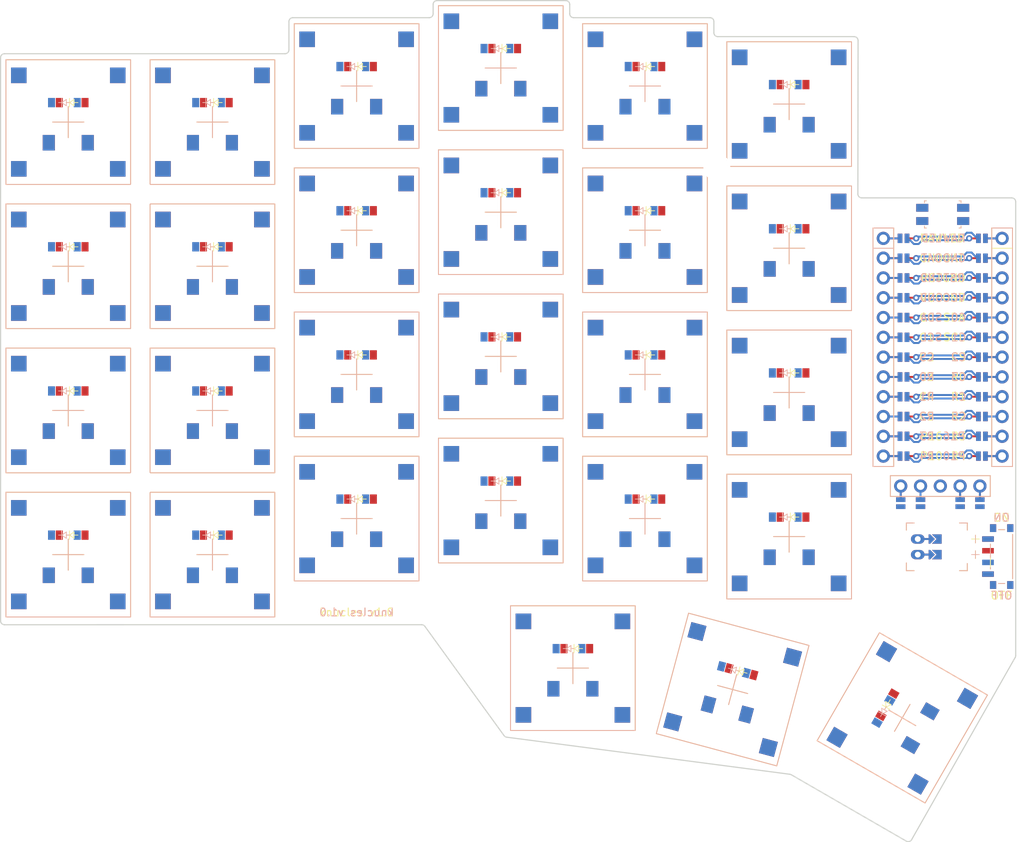
<source format=kicad_pcb>
(kicad_pcb (version 20240108) (generator "ergogen") (generator_version "4.1.0")
  (title_block (title "knucles_wireless") (date "2025-03-17") (rev "0.2") (company "fcoury"))
  (layers (0 "F.Cu" signal) (31 "B.Cu" signal) (34 "B.Paste" user) (35 "F.Paste" user) (36 "B.SilkS" user "B.Silkscreen") (37 "F.SilkS" user "F.Silkscreen") (38 "B.Mask" user) (39 "F.Mask" user) (44 "Edge.Cuts" user))
  (net 0 "")
  (net 1 "C0")
  (net 2 "outer_bottom_B")
  (net 3 "outer_home_B")
  (net 4 "outer_top_B")
  (net 5 "outer_numbers_B")
  (net 6 "C1")
  (net 7 "pinky_bottom_B")
  (net 8 "pinky_home_B")
  (net 9 "pinky_top_B")
  (net 10 "pinky_numbers_B")
  (net 11 "C2")
  (net 12 "ring_bottom_B")
  (net 13 "ring_home_B")
  (net 14 "ring_top_B")
  (net 15 "ring_numbers_B")
  (net 16 "C3")
  (net 17 "middle_bottom_B")
  (net 18 "middle_home_B")
  (net 19 "middle_top_B")
  (net 20 "middle_numbers_B")
  (net 21 "C4")
  (net 22 "index_bottom_B")
  (net 23 "index_home_B")
  (net 24 "index_top_B")
  (net 25 "index_numbers_B")
  (net 26 "C5")
  (net 27 "inner_bottom_B")
  (net 28 "inner_home_B")
  (net 29 "inner_top_B")
  (net 30 "inner_numbers_B")
  (net 31 "near_home_B")
  (net 32 "mid_home_B")
  (net 33 "far_home_B")
  (net 34 "R3")
  (net 35 "R2")
  (net 36 "R1")
  (net 37 "R0")
  (net 38 "R4")
  (net 39 "outer_bottom_F")
  (net 40 "outer_home_F")
  (net 41 "outer_top_F")
  (net 42 "outer_numbers_F")
  (net 43 "pinky_bottom_F")
  (net 44 "pinky_home_F")
  (net 45 "pinky_top_F")
  (net 46 "pinky_numbers_F")
  (net 47 "ring_bottom_F")
  (net 48 "ring_home_F")
  (net 49 "ring_top_F")
  (net 50 "ring_numbers_F")
  (net 51 "middle_bottom_F")
  (net 52 "middle_home_F")
  (net 53 "middle_top_F")
  (net 54 "middle_numbers_F")
  (net 55 "index_bottom_F")
  (net 56 "index_home_F")
  (net 57 "index_top_F")
  (net 58 "index_numbers_F")
  (net 59 "inner_bottom_F")
  (net 60 "inner_home_F")
  (net 61 "inner_top_F")
  (net 62 "inner_numbers_F")
  (net 63 "near_home_F")
  (net 64 "mid_home_F")
  (net 65 "far_home_F")
  (net 66 "RAW")
  (net 67 "GND")
  (net 68 "RST")
  (net 69 "VCC")
  (net 70 "P16")
  (net 71 "P10")
  (net 72 "LED")
  (net 73 "DAT")
  (net 74 "SDA")
  (net 75 "SCL")
  (net 76 "CS")
  (net 77 "P101")
  (net 78 "P102")
  (net 79 "P107")
  (net 80 "MCU1_24")
  (net 81 "MCU1_1")
  (net 82 "MCU1_23")
  (net 83 "MCU1_2")
  (net 84 "MCU1_22")
  (net 85 "MCU1_3")
  (net 86 "MCU1_21")
  (net 87 "MCU1_4")
  (net 88 "MCU1_20")
  (net 89 "MCU1_5")
  (net 90 "MCU1_19")
  (net 91 "MCU1_6")
  (net 92 "MCU1_18")
  (net 93 "MCU1_7")
  (net 94 "MCU1_17")
  (net 95 "MCU1_8")
  (net 96 "MCU1_16")
  (net 97 "MCU1_9")
  (net 98 "MCU1_15")
  (net 99 "MCU1_10")
  (net 100 "MCU1_14")
  (net 101 "MCU1_11")
  (net 102 "MCU1_13")
  (net 103 "MCU1_12")
  (net 104 "DISP1_1")
  (net 105 "DISP1_2")
  (net 106 "DISP1_4")
  (net 107 "DISP1_5")
  (net 108 "BAT_P")
  (net 109 "JST1_1")
  (net 110 "JST1_2")
  (footprint "ceoloide:mounting_hole_npth" (layer "F.Cu") (at 204.927 100.4635 0)
    (property "Reference" "MH1" hide)
  )
  (footprint "ceoloide:mounting_hole_npth" (layer "F.Cu") (at 218.969 108.7575 0)
    (property "Reference" "MH2" hide)
  )
  (footprint "ceoloide:mounting_hole_npth" (layer "F.Cu") (at 109.25 53.75 0)
    (property "Reference" "MH3" hide)
  )
  (footprint "ceoloide:mounting_hole_npth" (layer "F.Cu") (at 109.25 90.75 0)
    (property "Reference" "MH4" hide)
  )
  (footprint "ceoloide:mounting_hole_npth" (layer "F.Cu") (at 183.218 50.298500000000004 0)
    (property "Reference" "MH5" hide)
  )
  (footprint "ceoloide:mounting_hole_npth" (layer "F.Cu") (at 151.157 107.615 0)
    (property "Reference" "MH6" hide)
  )
  (footprint "ceoloide:mounting_hole_npth" (layer "F.Cu") (at 196.7245951 115.0067481 60)
    (property "Reference" "MH7" hide)
  )
  (footprint "CPG1316S01D02" (at 100 100 0) (layer B.Cu)
    (property "Reference" "S1" hide)
  )
  (footprint "CPG1316S01D02" (at 100 81.5 0) (layer B.Cu)
    (property "Reference" "S2" hide)
  )
  (footprint "CPG1316S01D02" (at 100 63 0) (layer B.Cu)
    (property "Reference" "S3" hide)
  )
  (footprint "CPG1316S01D02" (at 100 44.5 0) (layer B.Cu)
    (property "Reference" "S4" hide)
  )
  (footprint "CPG1316S01D02" (at 118.5 100 0) (layer B.Cu)
    (property "Reference" "S5" hide)
  )
  (footprint "CPG1316S01D02" (at 118.5 81.5 0) (layer B.Cu)
    (property "Reference" "S6" hide)
  )
  (footprint "CPG1316S01D02" (at 118.5 63 0) (layer B.Cu)
    (property "Reference" "S7" hide)
  )
  (footprint "CPG1316S01D02" (at 118.5 44.5 0) (layer B.Cu)
    (property "Reference" "S8" hide)
  )
  (footprint "CPG1316S01D02" (at 137 95.375 0) (layer B.Cu)
    (property "Reference" "S9" hide)
  )
  (footprint "CPG1316S01D02" (at 137 76.875 0) (layer B.Cu)
    (property "Reference" "S10" hide)
  )
  (footprint "CPG1316S01D02" (at 137 58.375 0) (layer B.Cu)
    (property "Reference" "S11" hide)
  )
  (footprint "CPG1316S01D02" (at 137 39.875 0) (layer B.Cu)
    (property "Reference" "S12" hide)
  )
  (footprint "CPG1316S01D02" (at 155.5 93.0625 0) (layer B.Cu)
    (property "Reference" "S13" hide)
  )
  (footprint "CPG1316S01D02" (at 155.5 74.5625 0) (layer B.Cu)
    (property "Reference" "S14" hide)
  )
  (footprint "CPG1316S01D02" (at 155.5 56.0625 0) (layer B.Cu)
    (property "Reference" "S15" hide)
  )
  (footprint "CPG1316S01D02" (at 155.5 37.5625 0) (layer B.Cu)
    (property "Reference" "S16" hide)
  )
  (footprint "CPG1316S01D02" (at 174 95.375 0) (layer B.Cu)
    (property "Reference" "S17" hide)
  )
  (footprint "CPG1316S01D02" (at 174 76.875 0) (layer B.Cu)
    (property "Reference" "S18" hide)
  )
  (footprint "CPG1316S01D02" (at 174 58.375 0) (layer B.Cu)
    (property "Reference" "S19" hide)
  )
  (footprint "CPG1316S01D02" (at 174 39.875 0) (layer B.Cu)
    (property "Reference" "S20" hide)
  )
  (footprint "CPG1316S01D02" (at 192.5 97.6875 0) (layer B.Cu)
    (property "Reference" "S21" hide)
  )
  (footprint "CPG1316S01D02" (at 192.5 79.1875 0) (layer B.Cu)
    (property "Reference" "S22" hide)
  )
  (footprint "CPG1316S01D02" (at 192.5 60.6875 0) (layer B.Cu)
    (property "Reference" "S23" hide)
  )
  (footprint "CPG1316S01D02" (at 192.5 42.1875 0) (layer B.Cu)
    (property "Reference" "S24" hide)
  )
  (footprint "CPG1316S01D02" (at 164.75 114.5625 0) (layer B.Cu)
    (property "Reference" "S25" hide)
  )
  (footprint "CPG1316S01D02" (at 185.25 117.3125 -15) (layer B.Cu)
    (property "Reference" "S26" hide)
  )
  (footprint "CPG1316S01D02" (at 207.0138429 120.9472481 60) (layer B.Cu)
    (property "Reference" "S27" hide)
  )
  (footprint "ceoloide:diode_tht_sod123" (layer "B.Cu") (at 99.5 97.5 0)
    (property "Reference" "D1" hide)
  )
  (footprint "ceoloide:diode_tht_sod123" (layer "B.Cu") (at 99.5 79 0)
    (property "Reference" "D2" hide)
  )
  (footprint "ceoloide:diode_tht_sod123" (layer "B.Cu") (at 99.5 60.5 0)
    (property "Reference" "D3" hide)
  )
  (footprint "ceoloide:diode_tht_sod123" (layer "B.Cu") (at 99.5 42 0)
    (property "Reference" "D4" hide)
  )
  (footprint "ceoloide:diode_tht_sod123" (layer "B.Cu") (at 118 97.5 0)
    (property "Reference" "D5" hide)
  )
  (footprint "ceoloide:diode_tht_sod123" (layer "B.Cu") (at 118 79 0)
    (property "Reference" "D6" hide)
  )
  (footprint "ceoloide:diode_tht_sod123" (layer "B.Cu") (at 118 60.5 0)
    (property "Reference" "D7" hide)
  )
  (footprint "ceoloide:diode_tht_sod123" (layer "B.Cu") (at 118 42 0)
    (property "Reference" "D8" hide)
  )
  (footprint "ceoloide:diode_tht_sod123" (layer "B.Cu") (at 136.5 92.875 0)
    (property "Reference" "D9" hide)
  )
  (footprint "ceoloide:diode_tht_sod123" (layer "B.Cu") (at 136.5 74.375 0)
    (property "Reference" "D10" hide)
  )
  (footprint "ceoloide:diode_tht_sod123" (layer "B.Cu") (at 136.5 55.875 0)
    (property "Reference" "D11" hide)
  )
  (footprint "ceoloide:diode_tht_sod123" (layer "B.Cu") (at 136.5 37.375 0)
    (property "Reference" "D12" hide)
  )
  (footprint "ceoloide:diode_tht_sod123" (layer "B.Cu") (at 155 90.5625 0)
    (property "Reference" "D13" hide)
  )
  (footprint "ceoloide:diode_tht_sod123" (layer "B.Cu") (at 155 72.0625 0)
    (property "Reference" "D14" hide)
  )
  (footprint "ceoloide:diode_tht_sod123" (layer "B.Cu") (at 155 53.5625 0)
    (property "Reference" "D15" hide)
  )
  (footprint "ceoloide:diode_tht_sod123" (layer "B.Cu") (at 155 35.0625 0)
    (property "Reference" "D16" hide)
  )
  (footprint "ceoloide:diode_tht_sod123" (layer "B.Cu") (at 173.5 92.875 0)
    (property "Reference" "D17" hide)
  )
  (footprint "ceoloide:diode_tht_sod123" (layer "B.Cu") (at 173.5 74.375 0)
    (property "Reference" "D18" hide)
  )
  (footprint "ceoloide:diode_tht_sod123" (layer "B.Cu") (at 173.5 55.875 0)
    (property "Reference" "D19" hide)
  )
  (footprint "ceoloide:diode_tht_sod123" (layer "B.Cu") (at 173.5 37.375 0)
    (property "Reference" "D20" hide)
  )
  (footprint "ceoloide:diode_tht_sod123" (layer "B.Cu") (at 192 95.1875 0)
    (property "Reference" "D21" hide)
  )
  (footprint "ceoloide:diode_tht_sod123" (layer "B.Cu") (at 192 76.6875 0)
    (property "Reference" "D22" hide)
  )
  (footprint "ceoloide:diode_tht_sod123" (layer "B.Cu") (at 192 58.1875 0)
    (property "Reference" "D23" hide)
  )
  (footprint "ceoloide:diode_tht_sod123" (layer "B.Cu") (at 192 39.6875 0)
    (property "Reference" "D24" hide)
  )
  (footprint "ceoloide:diode_tht_sod123" (layer "B.Cu") (at 164.25 112.0625 0)
    (property "Reference" "D25" hide)
  )
  (footprint "ceoloide:diode_tht_sod123" (layer "B.Cu") (at 185.4140847 114.7682759 -15)
    (property "Reference" "D26" hide)
  )
  (footprint "ceoloide:diode_tht_sod123" (layer "B.Cu") (at 204.59877939999998 120.1302608 60)
    (property "Reference" "D27" hide)
  )
  (footprint "CPG1316S01D02" (at 100 100 0) (layer F.Cu)
    (property "Reference" "S28" hide)
  )
  (footprint "CPG1316S01D02" (at 100 81.5 0) (layer F.Cu)
    (property "Reference" "S29" hide)
  )
  (footprint "CPG1316S01D02" (at 100 63 0) (layer F.Cu)
    (property "Reference" "S30" hide)
  )
  (footprint "CPG1316S01D02" (at 100 44.5 0) (layer F.Cu)
    (property "Reference" "S31" hide)
  )
  (footprint "CPG1316S01D02" (at 118.5 100 0) (layer F.Cu)
    (property "Reference" "S32" hide)
  )
  (footprint "CPG1316S01D02" (at 118.5 81.5 0) (layer F.Cu)
    (property "Reference" "S33" hide)
  )
  (footprint "CPG1316S01D02" (at 118.5 63 0) (layer F.Cu)
    (property "Reference" "S34" hide)
  )
  (footprint "CPG1316S01D02" (at 118.5 44.5 0) (layer F.Cu)
    (property "Reference" "S35" hide)
  )
  (footprint "CPG1316S01D02" (at 137 95.375 0) (layer F.Cu)
    (property "Reference" "S36" hide)
  )
  (footprint "CPG1316S01D02" (at 137 76.875 0) (layer F.Cu)
    (property "Reference" "S37" hide)
  )
  (footprint "CPG1316S01D02" (at 137 58.375 0) (layer F.Cu)
    (property "Reference" "S38" hide)
  )
  (footprint "CPG1316S01D02" (at 137 39.875 0) (layer F.Cu)
    (property "Reference" "S39" hide)
  )
  (footprint "CPG1316S01D02" (at 155.5 93.0625 0) (layer F.Cu)
    (property "Reference" "S40" hide)
  )
  (footprint "CPG1316S01D02" (at 155.5 74.5625 0) (layer F.Cu)
    (property "Reference" "S41" hide)
  )
  (footprint "CPG1316S01D02" (at 155.5 56.0625 0) (layer F.Cu)
    (property "Reference" "S42" hide)
  )
  (footprint "CPG1316S01D02" (at 155.5 37.5625 0) (layer F.Cu)
    (property "Reference" "S43" hide)
  )
  (footprint "CPG1316S01D02" (at 174 95.375 0) (layer F.Cu)
    (property "Reference" "S44" hide)
  )
  (footprint "CPG1316S01D02" (at 174 76.875 0) (layer F.Cu)
    (property "Reference" "S45" hide)
  )
  (footprint "CPG1316S01D02" (at 174 58.375 0) (layer F.Cu)
    (property "Reference" "S46" hide)
  )
  (footprint "CPG1316S01D02" (at 174 39.875 0) (layer F.Cu)
    (property "Reference" "S47" hide)
  )
  (footprint "CPG1316S01D02" (at 192.5 97.6875 0) (layer F.Cu)
    (property "Reference" "S48" hide)
  )
  (footprint "CPG1316S01D02" (at 192.5 79.1875 0) (layer F.Cu)
    (property "Reference" "S49" hide)
  )
  (footprint "CPG1316S01D02" (at 192.5 60.6875 0) (layer F.Cu)
    (property "Reference" "S50" hide)
  )
  (footprint "CPG1316S01D02" (at 192.5 42.1875 0) (layer F.Cu)
    (property "Reference" "S51" hide)
  )
  (footprint "CPG1316S01D02" (at 164.75 114.5625 0) (layer F.Cu)
    (property "Reference" "S52" hide)
  )
  (footprint "CPG1316S01D02" (at 185.25 117.3125 -15) (layer F.Cu)
    (property "Reference" "S53" hide)
  )
  (footprint "CPG1316S01D02" (at 207.0138429 120.9472481 60) (layer F.Cu)
    (property "Reference" "S54" hide)
  )
  (footprint "ceoloide:diode_tht_sod123" (layer "F.Cu") (at 100.5 97.5 0)
    (property "Reference" "D28" hide)
  )
  (footprint "ceoloide:diode_tht_sod123" (layer "F.Cu") (at 100.5 79 0)
    (property "Reference" "D29" hide)
  )
  (footprint "ceoloide:diode_tht_sod123" (layer "F.Cu") (at 100.5 60.5 0)
    (property "Reference" "D30" hide)
  )
  (footprint "ceoloide:diode_tht_sod123" (layer "F.Cu") (at 100.5 42 0)
    (property "Reference" "D31" hide)
  )
  (footprint "ceoloide:diode_tht_sod123" (layer "F.Cu") (at 119 97.5 0)
    (property "Reference" "D32" hide)
  )
  (footprint "ceoloide:diode_tht_sod123" (layer "F.Cu") (at 119 79 0)
    (property "Reference" "D33" hide)
  )
  (footprint "ceoloide:diode_tht_sod123" (layer "F.Cu") (at 119 60.5 0)
    (property "Reference" "D34" hide)
  )
  (footprint "ceoloide:diode_tht_sod123" (layer "F.Cu") (at 119 42 0)
    (property "Reference" "D35" hide)
  )
  (footprint "ceoloide:diode_tht_sod123" (layer "F.Cu") (at 137.5 92.875 0)
    (property "Reference" "D36" hide)
  )
  (footprint "ceoloide:diode_tht_sod123" (layer "F.Cu") (at 137.5 74.375 0)
    (property "Reference" "D37" hide)
  )
  (footprint "ceoloide:diode_tht_sod123" (layer "F.Cu") (at 137.5 55.875 0)
    (property "Reference" "D38" hide)
  )
  (footprint "ceoloide:diode_tht_sod123" (layer "F.Cu") (at 137.5 37.375 0)
    (property "Reference" "D39" hide)
  )
  (footprint "ceoloide:diode_tht_sod123" (layer "F.Cu") (at 156 90.5625 0)
    (property "Reference" "D40" hide)
  )
  (footprint "ceoloide:diode_tht_sod123" (layer "F.Cu") (at 156 72.0625 0)
    (property "Reference" "D41" hide)
  )
  (footprint "ceoloide:diode_tht_sod123" (layer "F.Cu") (at 156 53.5625 0)
    (property "Reference" "D42" hide)
  )
  (footprint "ceoloide:diode_tht_sod123" (layer "F.Cu") (at 156 35.0625 0)
    (property "Reference" "D43" hide)
  )
  (footprint "ceoloide:diode_tht_sod123" (layer "F.Cu") (at 174.5 92.875 0)
    (property "Reference" "D44" hide)
  )
  (footprint "ceoloide:diode_tht_sod123" (layer "F.Cu") (at 174.5 74.375 0)
    (property "Reference" "D45" hide)
  )
  (footprint "ceoloide:diode_tht_sod123" (layer "F.Cu") (at 174.5 55.875 0)
    (property "Reference" "D46" hide)
  )
  (footprint "ceoloide:diode_tht_sod123" (layer "F.Cu") (at 174.5 37.375 0)
    (property "Reference" "D47" hide)
  )
  (footprint "ceoloide:diode_tht_sod123" (layer "F.Cu") (at 193 95.1875 0)
    (property "Reference" "D48" hide)
  )
  (footprint "ceoloide:diode_tht_sod123" (layer "F.Cu") (at 193 76.6875 0)
    (property "Reference" "D49" hide)
  )
  (footprint "ceoloide:diode_tht_sod123" (layer "F.Cu") (at 193 58.1875 0)
    (property "Reference" "D50" hide)
  )
  (footprint "ceoloide:diode_tht_sod123" (layer "F.Cu") (at 193 39.6875 0)
    (property "Reference" "D51" hide)
  )
  (footprint "ceoloide:diode_tht_sod123" (layer "F.Cu") (at 165.25 112.0625 0)
    (property "Reference" "D52" hide)
  )
  (footprint "ceoloide:diode_tht_sod123" (layer "F.Cu") (at 186.3800105 115.027095 -15)
    (property "Reference" "D53" hide)
  )
  (footprint "ceoloide:diode_tht_sod123" (layer "F.Cu") (at 205.09877939999998 119.26423539999999 60)
    (property "Reference" "D54" hide)
  )
  (footprint "ceoloide:mcu_nice_nano" (layer "F.Cu") (at 212.204 72.12 0)
    (property "Reference" "MCU1" hide)
  )
  (segment (start 216.78400000000002 59.42) (end 215.604 59.42) (width 0.25) (layer "F.Cu"))
  (segment (start 207.624 59.42) (end 208.804 59.42) (width 0.25) (layer "F.Cu"))
  (segment (start 204.584 59.42) (end 206.704 59.42) (width 0.25) (layer "F.Cu"))
  (segment (start 204.584 59.42) (end 206.704 59.42) (width 0.25) (layer "B.Cu"))
  (segment (start 217.704 59.42) (end 219.824 59.42) (width 0.25) (layer "F.Cu"))
  (segment (start 219.824 59.42) (end 217.704 59.42) (width 0.25) (layer "B.Cu"))
  (segment (start 209.59930500000002 59.650000000000006) (end 215.374 59.650000000000006) (width 0.25) (layer "B.Cu"))
  (segment (start 207.429 59.42) (end 207.778695 59.42) (width 0.25) (layer "B.Cu"))
  (segment (start 208.503695 60.145) (end 209.104305 60.145) (width 0.25) (layer "B.Cu"))
  (segment (start 207.778695 59.42) (end 208.503695 60.145) (width 0.25) (layer "B.Cu"))
  (segment (start 209.104305 60.145) (end 209.59930500000002 59.650000000000006) (width 0.25) (layer "B.Cu"))
  (segment (start 216.979 59.42) (end 216.62930500000002 59.42) (width 0.25) (layer "B.Cu"))
  (segment (start 214.798695 59.2) (end 209.024 59.2) (width 0.25) (layer "B.Cu"))
  (segment (start 216.62930500000002 59.42) (end 215.90430500000002 58.69500000000001) (width 0.25) (layer "B.Cu"))
  (segment (start 215.90430500000002 58.69500000000001) (end 215.303695 58.69500000000001) (width 0.25) (layer "B.Cu"))
  (segment (start 215.303695 58.69500000000001) (end 214.798695 59.2) (width 0.25) (layer "B.Cu"))
  (segment (start 216.78400000000002 61.96000000000001) (end 215.604 61.96000000000001) (width 0.25) (layer "F.Cu"))
  (segment (start 207.624 61.96000000000001) (end 208.804 61.96000000000001) (width 0.25) (layer "F.Cu"))
  (segment (start 204.584 61.96000000000001) (end 206.704 61.96000000000001) (width 0.25) (layer "F.Cu"))
  (segment (start 204.584 61.96000000000001) (end 206.704 61.96000000000001) (width 0.25) (layer "B.Cu"))
  (segment (start 217.704 61.96000000000001) (end 219.824 61.96000000000001) (width 0.25) (layer "F.Cu"))
  (segment (start 219.824 61.96000000000001) (end 217.704 61.96000000000001) (width 0.25) (layer "B.Cu"))
  (segment (start 209.59930500000002 62.190000000000005) (end 215.374 62.190000000000005) (width 0.25) (layer "B.Cu"))
  (segment (start 207.429 61.96000000000001) (end 207.778695 61.96000000000001) (width 0.25) (layer "B.Cu"))
  (segment (start 208.503695 62.685) (end 209.104305 62.685) (width 0.25) (layer "B.Cu"))
  (segment (start 207.778695 61.96000000000001) (end 208.503695 62.685) (width 0.25) (layer "B.Cu"))
  (segment (start 209.104305 62.685) (end 209.59930500000002 62.190000000000005) (width 0.25) (layer "B.Cu"))
  (segment (start 216.979 61.96000000000001) (end 216.62930500000002 61.96000000000001) (width 0.25) (layer "B.Cu"))
  (segment (start 214.798695 61.74) (end 209.024 61.74) (width 0.25) (layer "B.Cu"))
  (segment (start 216.62930500000002 61.96000000000001) (end 215.90430500000002 61.23500000000001) (width 0.25) (layer "B.Cu"))
  (segment (start 215.90430500000002 61.23500000000001) (end 215.303695 61.23500000000001) (width 0.25) (layer "B.Cu"))
  (segment (start 215.303695 61.23500000000001) (end 214.798695 61.74) (width 0.25) (layer "B.Cu"))
  (segment (start 216.78400000000002 64.5) (end 215.604 64.5) (width 0.25) (layer "F.Cu"))
  (segment (start 207.624 64.5) (end 208.804 64.5) (width 0.25) (layer "F.Cu"))
  (segment (start 204.584 64.5) (end 206.704 64.5) (width 0.25) (layer "F.Cu"))
  (segment (start 204.584 64.5) (end 206.704 64.5) (width 0.25) (layer "B.Cu"))
  (segment (start 217.704 64.5) (end 219.824 64.5) (width 0.25) (layer "F.Cu"))
  (segment (start 219.824 64.5) (end 217.704 64.5) (width 0.25) (layer "B.Cu"))
  (segment (start 209.59930500000002 64.73) (end 215.374 64.73) (width 0.25) (layer "B.Cu"))
  (segment (start 207.429 64.5) (end 207.778695 64.5) (width 0.25) (layer "B.Cu"))
  (segment (start 208.503695 65.22500000000001) (end 209.104305 65.22500000000001) (width 0.25) (layer "B.Cu"))
  (segment (start 207.778695 64.5) (end 208.503695 65.22500000000001) (width 0.25) (layer "B.Cu"))
  (segment (start 209.104305 65.22500000000001) (end 209.59930500000002 64.73) (width 0.25) (layer "B.Cu"))
  (segment (start 216.979 64.5) (end 216.62930500000002 64.5) (width 0.25) (layer "B.Cu"))
  (segment (start 214.798695 64.28) (end 209.024 64.28) (width 0.25) (layer "B.Cu"))
  (segment (start 216.62930500000002 64.5) (end 215.90430500000002 63.775000000000006) (width 0.25) (layer "B.Cu"))
  (segment (start 215.90430500000002 63.775000000000006) (end 215.303695 63.775000000000006) (width 0.25) (layer "B.Cu"))
  (segment (start 215.303695 63.775000000000006) (end 214.798695 64.28) (width 0.25) (layer "B.Cu"))
  (segment (start 216.78400000000002 67.04) (end 215.604 67.04) (width 0.25) (layer "F.Cu"))
  (segment (start 207.624 67.04) (end 208.804 67.04) (width 0.25) (layer "F.Cu"))
  (segment (start 204.584 67.04) (end 206.704 67.04) (width 0.25) (layer "F.Cu"))
  (segment (start 204.584 67.04) (end 206.704 67.04) (width 0.25) (layer "B.Cu"))
  (segment (start 217.704 67.04) (end 219.824 67.04) (width 0.25) (layer "F.Cu"))
  (segment (start 219.824 67.04) (end 217.704 67.04) (width 0.25) (layer "B.Cu"))
  (segment (start 209.59930500000002 67.27000000000001) (end 215.374 67.27000000000001) (width 0.25) (layer "B.Cu"))
  (segment (start 207.429 67.04) (end 207.778695 67.04) (width 0.25) (layer "B.Cu"))
  (segment (start 208.503695 67.765) (end 209.104305 67.765) (width 0.25) (layer "B.Cu"))
  (segment (start 207.778695 67.04) (end 208.503695 67.765) (width 0.25) (layer "B.Cu"))
  (segment (start 209.104305 67.765) (end 209.59930500000002 67.27000000000001) (width 0.25) (layer "B.Cu"))
  (segment (start 216.979 67.04) (end 216.62930500000002 67.04) (width 0.25) (layer "B.Cu"))
  (segment (start 214.798695 66.82000000000001) (end 209.024 66.82000000000001) (width 0.25) (layer "B.Cu"))
  (segment (start 216.62930500000002 67.04) (end 215.90430500000002 66.315) (width 0.25) (layer "B.Cu"))
  (segment (start 215.90430500000002 66.315) (end 215.303695 66.315) (width 0.25) (layer "B.Cu"))
  (segment (start 215.303695 66.315) (end 214.798695 66.82000000000001) (width 0.25) (layer "B.Cu"))
  (segment (start 216.78400000000002 69.58) (end 215.604 69.58) (width 0.25) (layer "F.Cu"))
  (segment (start 207.624 69.58) (end 208.804 69.58) (width 0.25) (layer "F.Cu"))
  (segment (start 204.584 69.58) (end 206.704 69.58) (width 0.25) (layer "F.Cu"))
  (segment (start 204.584 69.58) (end 206.704 69.58) (width 0.25) (layer "B.Cu"))
  (segment (start 217.704 69.58) (end 219.824 69.58) (width 0.25) (layer "F.Cu"))
  (segment (start 219.824 69.58) (end 217.704 69.58) (width 0.25) (layer "B.Cu"))
  (segment (start 209.59930500000002 69.81) (end 215.374 69.81) (width 0.25) (layer "B.Cu"))
  (segment (start 207.429 69.58) (end 207.778695 69.58) (width 0.25) (layer "B.Cu"))
  (segment (start 208.503695 70.305) (end 209.104305 70.305) (width 0.25) (layer "B.Cu"))
  (segment (start 207.778695 69.58) (end 208.503695 70.305) (width 0.25) (layer "B.Cu"))
  (segment (start 209.104305 70.305) (end 209.59930500000002 69.81) (width 0.25) (layer "B.Cu"))
  (segment (start 216.979 69.58) (end 216.62930500000002 69.58) (width 0.25) (layer "B.Cu"))
  (segment (start 214.798695 69.36) (end 209.024 69.36) (width 0.25) (layer "B.Cu"))
  (segment (start 216.62930500000002 69.58) (end 215.90430500000002 68.855) (width 0.25) (layer "B.Cu"))
  (segment (start 215.90430500000002 68.855) (end 215.303695 68.855) (width 0.25) (layer "B.Cu"))
  (segment (start 215.303695 68.855) (end 214.798695 69.36) (width 0.25) (layer "B.Cu"))
  (segment (start 216.78400000000002 72.12) (end 215.604 72.12) (width 0.25) (layer "F.Cu"))
  (segment (start 207.624 72.12) (end 208.804 72.12) (width 0.25) (layer "F.Cu"))
  (segment (start 204.584 72.12) (end 206.704 72.12) (width 0.25) (layer "F.Cu"))
  (segment (start 204.584 72.12) (end 206.704 72.12) (width 0.25) (layer "B.Cu"))
  (segment (start 217.704 72.12) (end 219.824 72.12) (width 0.25) (layer "F.Cu"))
  (segment (start 219.824 72.12) (end 217.704 72.12) (width 0.25) (layer "B.Cu"))
  (segment (start 209.59930500000002 72.35000000000001) (end 215.374 72.35000000000001) (width 0.25) (layer "B.Cu"))
  (segment (start 207.429 72.12) (end 207.778695 72.12) (width 0.25) (layer "B.Cu"))
  (segment (start 208.503695 72.845) (end 209.104305 72.845) (width 0.25) (layer "B.Cu"))
  (segment (start 207.778695 72.12) (end 208.503695 72.845) (width 0.25) (layer "B.Cu"))
  (segment (start 209.104305 72.845) (end 209.59930500000002 72.35000000000001) (width 0.25) (layer "B.Cu"))
  (segment (start 216.979 72.12) (end 216.62930500000002 72.12) (width 0.25) (layer "B.Cu"))
  (segment (start 214.798695 71.9) (end 209.024 71.9) (width 0.25) (layer "B.Cu"))
  (segment (start 216.62930500000002 72.12) (end 215.90430500000002 71.39500000000001) (width 0.25) (layer "B.Cu"))
  (segment (start 215.90430500000002 71.39500000000001) (end 215.303695 71.39500000000001) (width 0.25) (layer "B.Cu"))
  (segment (start 215.303695 71.39500000000001) (end 214.798695 71.9) (width 0.25) (layer "B.Cu"))
  (segment (start 216.78400000000002 74.66000000000001) (end 215.604 74.66000000000001) (width 0.25) (layer "F.Cu"))
  (segment (start 207.624 74.66000000000001) (end 208.804 74.66000000000001) (width 0.25) (layer "F.Cu"))
  (segment (start 204.584 74.66000000000001) (end 206.704 74.66000000000001) (width 0.25) (layer "F.Cu"))
  (segment (start 204.584 74.66000000000001) (end 206.704 74.66000000000001) (width 0.25) (layer "B.Cu"))
  (segment (start 217.704 74.66000000000001) (end 219.824 74.66000000000001) (width 0.25) (layer "F.Cu"))
  (segment (start 219.824 74.66000000000001) (end 217.704 74.66000000000001) (width 0.25) (layer "B.Cu"))
  (segment (start 209.59930500000002 74.89) (end 215.374 74.89) (width 0.25) (layer "B.Cu"))
  (segment (start 207.429 74.66000000000001) (end 207.778695 74.66000000000001) (width 0.25) (layer "B.Cu"))
  (segment (start 208.503695 75.385) (end 209.104305 75.385) (width 0.25) (layer "B.Cu"))
  (segment (start 207.778695 74.66000000000001) (end 208.503695 75.385) (width 0.25) (layer "B.Cu"))
  (segment (start 209.104305 75.385) (end 209.59930500000002 74.89) (width 0.25) (layer "B.Cu"))
  (segment (start 216.979 74.66000000000001) (end 216.62930500000002 74.66000000000001) (width 0.25) (layer "B.Cu"))
  (segment (start 214.798695 74.44) (end 209.024 74.44) (width 0.25) (layer "B.Cu"))
  (segment (start 216.62930500000002 74.66000000000001) (end 215.90430500000002 73.935) (width 0.25) (layer "B.Cu"))
  (segment (start 215.90430500000002 73.935) (end 215.303695 73.935) (width 0.25) (layer "B.Cu"))
  (segment (start 215.303695 73.935) (end 214.798695 74.44) (width 0.25) (layer "B.Cu"))
  (segment (start 216.78400000000002 77.2) (end 215.604 77.2) (width 0.25) (layer "F.Cu"))
  (segment (start 207.624 77.2) (end 208.804 77.2) (width 0.25) (layer "F.Cu"))
  (segment (start 204.584 77.2) (end 206.704 77.2) (width 0.25) (layer "F.Cu"))
  (segment (start 204.584 77.2) (end 206.704 77.2) (width 0.25) (layer "B.Cu"))
  (segment (start 217.704 77.2) (end 219.824 77.2) (width 0.25) (layer "F.Cu"))
  (segment (start 219.824 77.2) (end 217.704 77.2) (width 0.25) (layer "B.Cu"))
  (segment (start 209.59930500000002 77.43) (end 215.374 77.43) (width 0.25) (layer "B.Cu"))
  (segment (start 207.429 77.2) (end 207.778695 77.2) (width 0.25) (layer "B.Cu"))
  (segment (start 208.503695 77.92500000000001) (end 209.104305 77.92500000000001) (width 0.25) (layer "B.Cu"))
  (segment (start 207.778695 77.2) (end 208.503695 77.92500000000001) (width 0.25) (layer "B.Cu"))
  (segment (start 209.104305 77.92500000000001) (end 209.59930500000002 77.43) (width 0.25) (layer "B.Cu"))
  (segment (start 216.979 77.2) (end 216.62930500000002 77.2) (width 0.25) (layer "B.Cu"))
  (segment (start 214.798695 76.98) (end 209.024 76.98) (width 0.25) (layer "B.Cu"))
  (segment (start 216.62930500000002 77.2) (end 215.90430500000002 76.47500000000001) (width 0.25) (layer "B.Cu"))
  (segment (start 215.90430500000002 76.47500000000001) (end 215.303695 76.47500000000001) (width 0.25) (layer "B.Cu"))
  (segment (start 215.303695 76.47500000000001) (end 214.798695 76.98) (width 0.25) (layer "B.Cu"))
  (segment (start 216.78400000000002 79.74000000000001) (end 215.604 79.74000000000001) (width 0.25) (layer "F.Cu"))
  (segment (start 207.624 79.74000000000001) (end 208.804 79.74000000000001) (width 0.25) (layer "F.Cu"))
  (segment (start 204.584 79.74000000000001) (end 206.704 79.74000000000001) (width 0.25) (layer "F.Cu"))
  (segment (start 204.584 79.74000000000001) (end 206.704 79.74000000000001) (width 0.25) (layer "B.Cu"))
  (segment (start 217.704 79.74000000000001) (end 219.824 79.74000000000001) (width 0.25) (layer "F.Cu"))
  (segment (start 219.824 79.74000000000001) (end 217.704 79.74000000000001) (width 0.25) (layer "B.Cu"))
  (segment (start 209.59930500000002 79.97) (end 215.374 79.97) (width 0.25) (layer "B.Cu"))
  (segment (start 207.429 79.74000000000001) (end 207.778695 79.74000000000001) (width 0.25) (layer "B.Cu"))
  (segment (start 208.503695 80.465) (end 209.104305 80.465) (width 0.25) (layer "B.Cu"))
  (segment (start 207.778695 79.74000000000001) (end 208.503695 80.465) (width 0.25) (layer "B.Cu"))
  (segment (start 209.104305 80.465) (end 209.59930500000002 79.97) (width 0.25) (layer "B.Cu"))
  (segment (start 216.979 79.74000000000001) (end 216.62930500000002 79.74000000000001) (width 0.25) (layer "B.Cu"))
  (segment (start 214.798695 79.52000000000001) (end 209.024 79.52000000000001) (width 0.25) (layer "B.Cu"))
  (segment (start 216.62930500000002 79.74000000000001) (end 215.90430500000002 79.015) (width 0.25) (layer "B.Cu"))
  (segment (start 215.90430500000002 79.015) (end 215.303695 79.015) (width 0.25) (layer "B.Cu"))
  (segment (start 215.303695 79.015) (end 214.798695 79.52000000000001) (width 0.25) (layer "B.Cu"))
  (segment (start 216.78400000000002 82.28) (end 215.604 82.28) (width 0.25) (layer "F.Cu"))
  (segment (start 207.624 82.28) (end 208.804 82.28) (width 0.25) (layer "F.Cu"))
  (segment (start 204.584 82.28) (end 206.704 82.28) (width 0.25) (layer "F.Cu"))
  (segment (start 204.584 82.28) (end 206.704 82.28) (width 0.25) (layer "B.Cu"))
  (segment (start 217.704 82.28) (end 219.824 82.28) (width 0.25) (layer "F.Cu"))
  (segment (start 219.824 82.28) (end 217.704 82.28) (width 0.25) (layer "B.Cu"))
  (segment (start 209.59930500000002 82.51) (end 215.374 82.51) (width 0.25) (layer "B.Cu"))
  (segment (start 207.429 82.28) (end 207.778695 82.28) (width 0.25) (layer "B.Cu"))
  (segment (start 208.503695 83.00500000000001) (end 209.104305 83.00500000000001) (width 0.25) (layer "B.Cu"))
  (segment (start 207.778695 82.28) (end 208.503695 83.00500000000001) (width 0.25) (layer "B.Cu"))
  (segment (start 209.104305 83.00500000000001) (end 209.59930500000002 82.51) (width 0.25) (layer "B.Cu"))
  (segment (start 216.979 82.28) (end 216.62930500000002 82.28) (width 0.25) (layer "B.Cu"))
  (segment (start 214.798695 82.06) (end 209.024 82.06) (width 0.25) (layer "B.Cu"))
  (segment (start 216.62930500000002 82.28) (end 215.90430500000002 81.555) (width 0.25) (layer "B.Cu"))
  (segment (start 215.90430500000002 81.555) (end 215.303695 81.555) (width 0.25) (layer "B.Cu"))
  (segment (start 215.303695 81.555) (end 214.798695 82.06) (width 0.25) (layer "B.Cu"))
  (segment (start 216.78400000000002 84.82000000000001) (end 215.604 84.82000000000001) (width 0.25) (layer "F.Cu"))
  (segment (start 207.624 84.82000000000001) (end 208.804 84.82000000000001) (width 0.25) (layer "F.Cu"))
  (segment (start 204.584 84.82000000000001) (end 206.704 84.82000000000001) (width 0.25) (layer "F.Cu"))
  (segment (start 204.584 84.82000000000001) (end 206.704 84.82000000000001) (width 0.25) (layer "B.Cu"))
  (segment (start 217.704 84.82000000000001) (end 219.824 84.82000000000001) (width 0.25) (layer "F.Cu"))
  (segment (start 219.824 84.82000000000001) (end 217.704 84.82000000000001) (width 0.25) (layer "B.Cu"))
  (segment (start 209.59930500000002 85.05000000000001) (end 215.374 85.05000000000001) (width 0.25) (layer "B.Cu"))
  (segment (start 207.429 84.82000000000001) (end 207.778695 84.82000000000001) (width 0.25) (layer "B.Cu"))
  (segment (start 208.503695 85.545) (end 209.104305 85.545) (width 0.25) (layer "B.Cu"))
  (segment (start 207.778695 84.82000000000001) (end 208.503695 85.545) (width 0.25) (layer "B.Cu"))
  (segment (start 209.104305 85.545) (end 209.59930500000002 85.05000000000001) (width 0.25) (layer "B.Cu"))
  (segment (start 216.979 84.82000000000001) (end 216.62930500000002 84.82000000000001) (width 0.25) (layer "B.Cu"))
  (segment (start 214.798695 84.60000000000001) (end 209.024 84.60000000000001) (width 0.25) (layer "B.Cu"))
  (segment (start 216.62930500000002 84.82000000000001) (end 215.90430500000002 84.095) (width 0.25) (layer "B.Cu"))
  (segment (start 215.90430500000002 84.095) (end 215.303695 84.095) (width 0.25) (layer "B.Cu"))
  (segment (start 215.303695 84.095) (end 214.798695 84.60000000000001) (width 0.25) (layer "B.Cu"))
  (segment (start 216.78400000000002 87.36) (end 215.604 87.36) (width 0.25) (layer "F.Cu"))
  (segment (start 207.624 87.36) (end 208.804 87.36) (width 0.25) (layer "F.Cu"))
  (segment (start 204.584 87.36) (end 206.704 87.36) (width 0.25) (layer "F.Cu"))
  (segment (start 204.584 87.36) (end 206.704 87.36) (width 0.25) (layer "B.Cu"))
  (segment (start 217.704 87.36) (end 219.824 87.36) (width 0.25) (layer "F.Cu"))
  (segment (start 219.824 87.36) (end 217.704 87.36) (width 0.25) (layer "B.Cu"))
  (segment (start 209.59930500000002 87.59) (end 215.374 87.59) (width 0.25) (layer "B.Cu"))
  (segment (start 207.429 87.36) (end 207.778695 87.36) (width 0.25) (layer "B.Cu"))
  (segment (start 208.503695 88.08500000000001) (end 209.104305 88.08500000000001) (width 0.25) (layer "B.Cu"))
  (segment (start 207.778695 87.36) (end 208.503695 88.08500000000001) (width 0.25) (layer "B.Cu"))
  (segment (start 209.104305 88.08500000000001) (end 209.59930500000002 87.59) (width 0.25) (layer "B.Cu"))
  (segment (start 216.979 87.36) (end 216.62930500000002 87.36) (width 0.25) (layer "B.Cu"))
  (segment (start 214.798695 87.14) (end 209.024 87.14) (width 0.25) (layer "B.Cu"))
  (segment (start 216.62930500000002 87.36) (end 215.90430500000002 86.635) (width 0.25) (layer "B.Cu"))
  (segment (start 215.90430500000002 86.635) (end 215.303695 86.635) (width 0.25) (layer "B.Cu"))
  (segment (start 215.303695 86.635) (end 214.798695 87.14) (width 0.25) (layer "B.Cu"))
  (gr_text "knucles v1.0" (at 137 107.4 0) (layer "F.SilkS") (effects (font (size 1 1))))
  (gr_text "knucles v1.0" (at 137 107.4 0) (layer "B.SilkS") (effects (font (size 1 1)) (justify mirror)))
  (footprint "ceoloide:display_nice_view" (layer F.Cu) (at 211.897 74.5 0)
    (property "Reference" "DISP1" hide)
  )
  (segment (start 206.81699999999998 91.2) (end 206.81699999999998 92.95) (width 0.25) (layer "F.Cu") (net 76))
  (segment (start 209.357 91.2) (end 209.357 92.95) (width 0.25) (layer "F.Cu") (net 67))
  (segment (start 214.43699999999998 91.2) (end 214.43699999999998 92.95) (width 0.25) (layer "F.Cu") (net 75))
  (segment (start 216.977 91.2) (end 216.977 92.95) (width 0.25) (layer "F.Cu") (net 74))
  (segment (start 206.81699999999998 91.2) (end 206.81699999999998 92.95) (width 0.25) (layer "B.Cu") (net 76))
  (segment (start 209.357 91.2) (end 209.357 92.95) (width 0.25) (layer "B.Cu") (net 67))
  (segment (start 214.43699999999998 91.2) (end 214.43699999999998 92.95) (width 0.25) (layer "B.Cu") (net 75))
  (segment (start 216.977 91.2) (end 216.977 92.95) (width 0.25) (layer "B.Cu") (net 74))
  (footprint "ceoloide:power_switch_smd_side" (layer "F.Cu") (at 219.75 100.25 0)
    (property "Reference" "PWR1" hide)
  )
  (footprint "ceoloide:reset_switch_smd_side" (layer "F.Cu") (at 212.204 56.3475 0)
    (property "Reference" "RST1" hide)
  )
  (footprint "ceoloide:battery_connector_jst_ph_2" (layer "F.Cu") (at 209 99 90)
    (property "Reference" "JST1" hide)
  )
  (segment (start 210.8 100) (end 209 100) (width 0.25) (layer "F.Cu") (net 109))
  (segment (start 210.8 100) (end 209 100) (width 0.25) (layer "B.Cu") (net 109))
  (segment (start 210.8 98) (end 209 98) (width 0.25) (layer "F.Cu") (net 110))
  (segment (start 210.8 98) (end 209 98) (width 0.25) (layer "B.Cu") (net 110))
  (gr_line (start 91.31698635159343 108.49749062536284) (end 91.3150136481544 36.22750013694167) (layer Edge.Cuts) (stroke (width 0.15)))
  (gr_line (start 91.81500014815305 35.727486486482476) (end 127.8150135 35.72651351314865) (layer Edge.Cuts) (stroke (width 0.15)))
  (gr_line (start 128.315 35.22651351314865) (end 128.315 31.6025) (layer Edge.Cuts) (stroke (width 0.15)))
  (gr_line (start 128.815 31.1025) (end 146.315 31.1025) (layer Edge.Cuts) (stroke (width 0.15)))
  (gr_line (start 146.815 30.6025) (end 146.815 29.4095) (layer Edge.Cuts) (stroke (width 0.15)))
  (gr_line (start 147.315 28.9095) (end 163.843 28.9095) (layer Edge.Cuts) (stroke (width 0.15)))
  (gr_line (start 164.343 29.4095) (end 164.343 30.6025) (layer Edge.Cuts) (stroke (width 0.15)))
  (gr_line (start 164.843 31.1025) (end 182.343 31.1025) (layer Edge.Cuts) (stroke (width 0.15)))
  (gr_line (start 182.843 31.6025) (end 182.843 33.03304053725676) (layer Edge.Cuts) (stroke (width 0.15)))
  (gr_line (start 183.34295944999997 33.53304053725271) (end 200.84243620018879 33.53445941374596) (layer Edge.Cuts) (stroke (width 0.15)))
  (gr_line (start 201.34239525024924 34.03506346369977) (end 201.31860479878452 53.72689595009433) (layer Edge.Cuts) (stroke (width 0.15)))
  (gr_line (start 221.25300000000001 113.634096) (end 208.21272077232524 136.5779134988179) (layer Edge.Cuts) (stroke (width 0.15)))
  (gr_line (start 207.52802516305385 136.76386391513054) (end 192.7774819394654 128.24763380959206) (layer Edge.Cuts) (stroke (width 0.15)))
  (gr_line (start 192.59238928387214 128.18487740231367) (end 156.25858872028917 123.42796357991985) (layer Edge.Cuts) (stroke (width 0.15)))
  (gr_line (start 155.91860908845237 123.2255654054282) (end 145.75722672948737 109.20164081803745) (layer Edge.Cuts) (stroke (width 0.15)))
  (gr_line (start 145.35231675324377 108.99501175082412) (end 91.81700935159206 108.99747697528336) (layer Edge.Cuts) (stroke (width 0.15)))
  (gr_line (start 201.81860439884503 54.2275) (end 221.068 54.2275) (layer Edge.Cuts) (stroke (width 0.15)))
  (gr_line (start 221.568 54.7275) (end 221.568 112.95452540612956) (layer Edge.Cuts) (stroke (width 0.15)))
  (gr_line (start 221.50101270000002 113.2045254061295) (end 221.25300000000001 113.634096) (layer Edge.Cuts) (stroke (width 0.15)))
  (gr_arc (start 91.81500014815305 35.727486486546695) (mid 91.46145064815305 35.8739426865467) (end 91.31501364815304 36.22750018654669) (layer Edge.Cuts) (stroke (width 0.15)))
  (gr_arc (start 127.81501349999999 35.72651351314865) (mid 128.1685582 35.58006211314866) (end 128.315 35.22651351314865) (layer Edge.Cuts) (stroke (width 0.15)))
  (gr_arc (start 128.815 31.1025) (mid 128.4614466 31.2489466) (end 128.315 31.6025) (layer Edge.Cuts) (stroke (width 0.15)))
  (gr_arc (start 146.315 31.1025) (mid 146.6685534 30.9560534) (end 146.815 30.6025) (layer Edge.Cuts) (stroke (width 0.15)))
  (gr_arc (start 147.315 28.9095) (mid 146.9614466 29.055946600000002) (end 146.815 29.4095) (layer Edge.Cuts) (stroke (width 0.15)))
  (gr_arc (start 164.343 29.4095) (mid 164.1965534 29.055946600000002) (end 163.843 28.9095) (layer Edge.Cuts) (stroke (width 0.15)))
  (gr_arc (start 164.343 30.6025) (mid 164.48944659999998 30.9560534) (end 164.843 31.1025) (layer Edge.Cuts) (stroke (width 0.15)))
  (gr_arc (start 182.843 31.6025) (mid 182.6965534 31.2489466) (end 182.343 31.1025) (layer Edge.Cuts) (stroke (width 0.15)))
  (gr_arc (start 182.843 33.03304053725676) (mid 182.98943229999998 33.38657963725676) (end 183.34295949999998 33.53304053725676) (layer Edge.Cuts) (stroke (width 0.15)))
  (gr_arc (start 201.3423952501888 34.0350635137419) (mid 201.19617685018878 33.681134013741904) (end 200.8424362501888 33.53445941374191) (layer Edge.Cuts) (stroke (width 0.15)))
  (gr_arc (start 201.31860479884503 53.726896000008146) (mid 201.46483759884504 54.08083980000815) (end 201.81860439884503 54.22750000000815) (layer Edge.Cuts) (stroke (width 0.15)))
  (gr_arc (start 221.568 54.7275) (mid 221.42155340000002 54.3739466) (end 221.068 54.2275) (layer Edge.Cuts) (stroke (width 0.15)))
  (gr_arc (start 221.50101270000002 113.20452540612956) (mid 221.5509629 113.08393490612956) (end 221.568 112.95452540612956) (layer Edge.Cuts) (stroke (width 0.15)))
  (gr_arc (start 207.52802516305388 136.76386391513057) (mid 207.9090690630539 136.81337321513055) (end 208.21272076305388 136.57791351513058) (layer Edge.Cuts) (stroke (width 0.15)))
  (gr_arc (start 192.77748193946536 128.24763380959206) (mid 192.68803173946537 128.20712380959208) (end 192.59238923946535 128.18487740959208) (layer Edge.Cuts) (stroke (width 0.15)))
  (gr_arc (start 155.91860906469594 123.2255654726414) (mid 156.06772676469595 123.36182467264142) (end 156.25858876469596 123.42796367264141) (layer Edge.Cuts) (stroke (width 0.15)))
  (gr_arc (start 145.75722675324377 109.20164075082414) (mid 145.57961185324376 109.04964965082414) (end 145.35231675324377 108.99501175082413) (layer Edge.Cuts) (stroke (width 0.15)))
  (gr_arc (start 91.31698635159206 108.49749067528336) (mid 91.46344595159206 108.85104337528337) (end 91.81700935159206 108.99747697528336) (layer Edge.Cuts) (stroke (width 0.15)))
)
</source>
